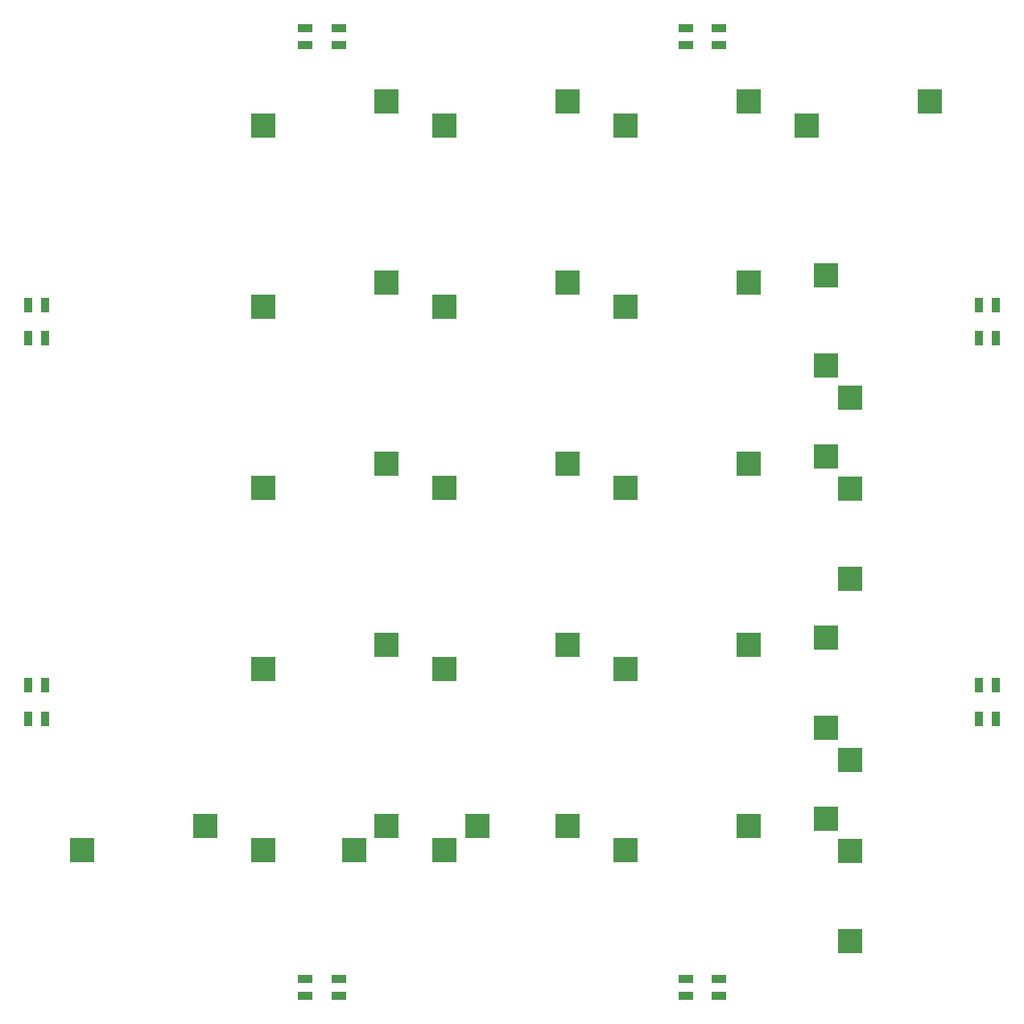
<source format=gbp>
G04 #@! TF.GenerationSoftware,KiCad,Pcbnew,5.99.0+really5.1.10+dfsg1-1*
G04 #@! TF.CreationDate,2021-06-09T13:14:23-04:00*
G04 #@! TF.ProjectId,fake_duck,66616b65-5f64-4756-936b-2e6b69636164,rev?*
G04 #@! TF.SameCoordinates,Original*
G04 #@! TF.FileFunction,Paste,Bot*
G04 #@! TF.FilePolarity,Positive*
%FSLAX46Y46*%
G04 Gerber Fmt 4.6, Leading zero omitted, Abs format (unit mm)*
G04 Created by KiCad (PCBNEW 5.99.0+really5.1.10+dfsg1-1) date 2021-06-09 13:14:23*
%MOMM*%
%LPD*%
G01*
G04 APERTURE LIST*
%ADD10R,2.500000X2.550000*%
%ADD11R,2.550000X2.500000*%
%ADD12R,1.600000X0.850000*%
%ADD13R,0.850000X1.600000*%
G04 APERTURE END LIST*
D10*
X88011000Y-77724000D03*
X90551000Y-90651000D03*
D11*
X51308000Y-88011000D03*
X38381000Y-90551000D03*
D10*
X88011000Y-39624000D03*
X90551000Y-52551000D03*
D11*
X98933000Y-11811000D03*
X86006000Y-14351000D03*
X79883000Y-11811000D03*
X66956000Y-14351000D03*
X60833000Y-11811000D03*
X47906000Y-14351000D03*
X41783000Y-11811000D03*
X28856000Y-14351000D03*
X22733000Y-88011000D03*
X9806000Y-90551000D03*
D12*
X33250000Y-5875000D03*
X33250000Y-4125000D03*
X36750000Y-5875000D03*
X36750000Y-4125000D03*
X73250000Y-5875000D03*
X73250000Y-4125000D03*
X76750000Y-5875000D03*
X76750000Y-4125000D03*
D13*
X104125000Y-33250000D03*
X105875000Y-33250000D03*
X104125000Y-36750000D03*
X105875000Y-36750000D03*
X104125000Y-73250000D03*
X105875000Y-73250000D03*
X104125000Y-76750000D03*
X105875000Y-76750000D03*
D12*
X76750000Y-104125000D03*
X76750000Y-105875000D03*
X73250000Y-104125000D03*
X73250000Y-105875000D03*
X36750000Y-104125000D03*
X36750000Y-105875000D03*
X33250000Y-104125000D03*
X33250000Y-105875000D03*
D13*
X5875000Y-76750000D03*
X4125000Y-76750000D03*
X5875000Y-73250000D03*
X4125000Y-73250000D03*
X5875000Y-36750000D03*
X4125000Y-36750000D03*
X5875000Y-33250000D03*
X4125000Y-33250000D03*
D10*
X88011000Y-87249000D03*
X90551000Y-100176000D03*
X88011000Y-68199000D03*
X90551000Y-81126000D03*
X88011000Y-49149000D03*
X90551000Y-62076000D03*
X88011000Y-30099000D03*
X90551000Y-43026000D03*
D11*
X79883000Y-88011000D03*
X66956000Y-90551000D03*
X79883000Y-68961000D03*
X66956000Y-71501000D03*
X79883000Y-49911000D03*
X66956000Y-52451000D03*
X79883000Y-30861000D03*
X66956000Y-33401000D03*
X60833000Y-88011000D03*
X47906000Y-90551000D03*
X60833000Y-68961000D03*
X47906000Y-71501000D03*
X60833000Y-49911000D03*
X47906000Y-52451000D03*
X60833000Y-30861000D03*
X47906000Y-33401000D03*
X41783000Y-88011000D03*
X28856000Y-90551000D03*
X41783000Y-68961000D03*
X28856000Y-71501000D03*
X41783000Y-49911000D03*
X28856000Y-52451000D03*
X41783000Y-30861000D03*
X28856000Y-33401000D03*
M02*

</source>
